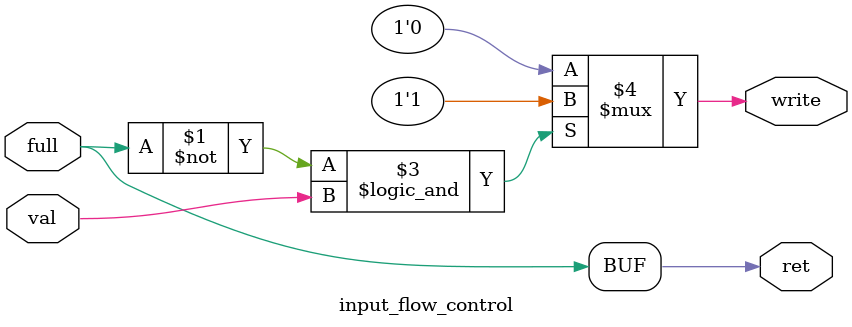
<source format=v>
`timescale 1ns / 1ps
module input_flow_control
(input val,full,
 output ret,write
 );

	
assign write = (full == 0 && val == 1)? 1'b1 : 1'b0;
assign ret = full;
endmodule

</source>
